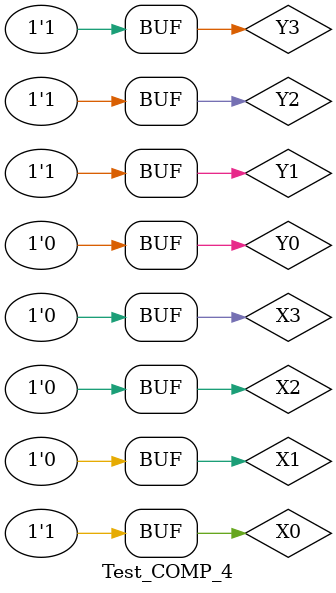
<source format=v>
`timescale 1ns/1ps // Definicion de los periodos de tiempo

module Test_COMP_4;

//******Definicion de data_types*****
//Entradas

reg X0,X1,X2,X3;
reg Y0,Y1,Y2,Y3;

//salidas
wire K_fin;
wire L_fin;

//*** Test_Module: Instanciacion del modulo bajo prueba ****

COMP_4 uut (
	.X({X0,X1,X2,X3}),  
	.Y({Y0,Y1,Y2,Y3}),
	.K_o(K_fin),
	.L_o(L_fin)
	);


//****Stimulus: Definicion de las señales que se aplicaran ****

initial
	begin
	$dumpfile("COMP_4.vcd");  // Volcado de los resultados de la simulación en el archivo COMP_4.vcd
	$dumpvars;
				// Colocacion de las posiciones segun vector X => A  Y => B 
				// Si A < B => K=0 L=1 , si A > B => K=1 L=0 , si A=B => K=L=1
				// casos de ejemplo para comprobar el funcionamiento optimo del sistema.

	     X0 = 0;X1 = 0;X2 = 0;X3 = 0;	Y0 = 0;Y1 = 0;Y2 = 0;Y3 = 0; 	// Xn[0,0,0,0] Yn[0,0,0,0] K = 1 L = 1
	 #15 X0 = 1;X1 = 0;X2 = 0;X3 = 0; 	Y0 = 1;Y1 = 0;Y2 = 0;Y3 = 0; 	// Xn[1,0,0,1] Yn[1,0,0,0] K = 1 L = 1 
	 #15 X0 = 1;X1 = 0;X2 = 1;X3 = 0; 	Y0 = 1;Y1 = 0;Y2 = 1;Y3 = 0; 	// Xn[1,0,1,0] Yn[1,0,1,0] K = 1 L = 1 
	 #15 X0 = 1;X1 = 1;X2 = 0;X3 = 0; 	Y0 = 1;Y1 = 1;Y2 = 1;Y3 = 0; 	// Xn[1,1,0,0] Yn[1,1,1,0] K = 0 L = 1
	 #15 X0 = 0;X1 = 0;X2 = 0;X3 = 0; 	Y0 = 1;Y1 = 0;Y2 = 0;Y3 = 0; 	// Xn[0,0,0,0] Yn[1,0,0,0] k = 0 L = 1
	 #15 X0 = 1;X1 = 1;X2 = 0;X3 = 0; 	Y0 = 1;Y1 = 1;Y2 = 0;Y3 = 0; 	// Xn[1,1,0,0] Yn[1,1,0,0] K = 1 L = 1
	 #15 X0 = 1;X1 = 1;X2 = 0;X3 = 0; 	Y0 = 0;Y1 = 0;Y2 = 1;Y3 = 1; 	// Xn[1,1,0,0] Yn[0,0,1,1] K = 1 L = 0 
	 #15 X0 = 0;X1 = 0;X2 = 1;X3 = 1; 	Y0 = 1;Y1 = 1;Y2 = 0;Y3 = 0; 	// Xn[0,0,1,1] Yn[1,1,0,0] K = 0 L = 1
	 #15 X0 = 1;X1 = 1;X2 = 1;X3 = 1; 	Y0 = 1;Y1 = 1;Y2 = 1;Y3 = 1; 	// Xn[1,1,1,1] Yn[1,1,1,1] K = 1 L = 1
	 #15 X0 = 0;X1 = 0;X2 = 0;X3 = 0; 	Y0 = 1;Y1 = 1;Y2 = 1;Y3 = 1; 	// Xn[0,0,0,0] Yn[1,1,1,1] K = 0 L = 1
	 #15 X0 = 1;X1 = 0;X2 = 0;X3 = 0; 	Y0 = 0;Y1 = 1;Y2 = 1;Y3 = 1; 	// Xn[1,0,0,0] Yn[0,1,1,1] K = 1 L = 0
	 
	 
	 	end

initial
	begin
		$monitor("X: [%b, %b, %b, %b] Y: [%b, %b, %b, %b] K = %b  L = %b", //Monitoreo de salidas y entradas
		X0,X1,X2,X3,Y0,Y1,Y2,Y3, K_fin, L_fin);
	end

endmodule
</source>
